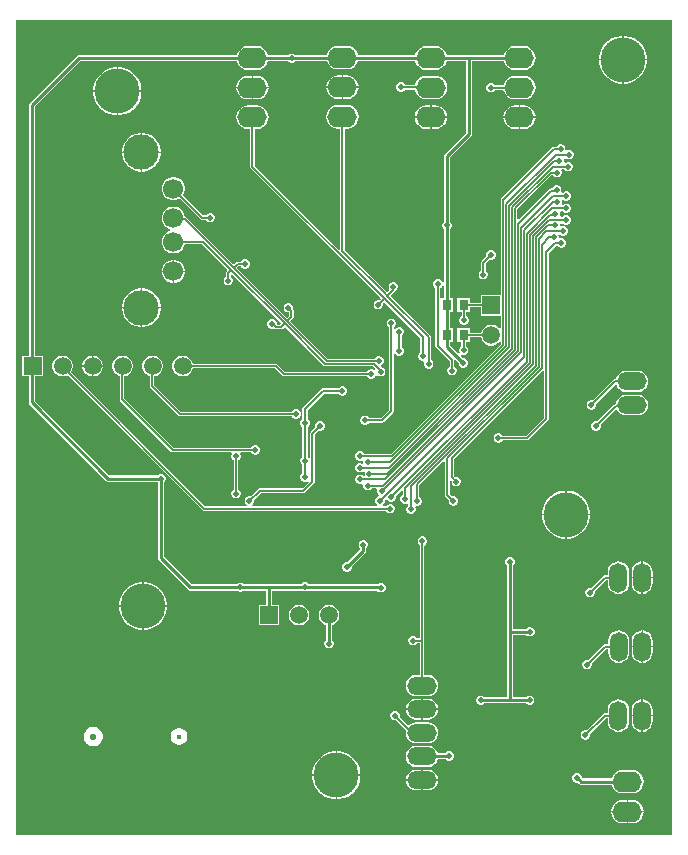
<source format=gbr>
%TF.GenerationSoftware,Altium Limited,Altium Designer,23.3.1 (30)*%
G04 Layer_Physical_Order=2*
G04 Layer_Color=16711680*
%FSLAX25Y25*%
%MOIN*%
%TF.SameCoordinates,70BEFA69-D3B7-480D-BB84-950A8577B244*%
%TF.FilePolarity,Positive*%
%TF.FileFunction,Copper,L2,Bot,Signal*%
%TF.Part,Single*%
G01*
G75*
%TA.AperFunction,SMDPad,CuDef*%
%ADD15R,0.03150X0.03543*%
%TA.AperFunction,Conductor*%
%ADD36C,0.00500*%
%ADD37C,0.01000*%
%ADD38C,0.00800*%
%TA.AperFunction,ComponentPad*%
%ADD39C,0.05906*%
%ADD40R,0.05906X0.05906*%
%ADD41C,0.06693*%
%ADD42C,0.11811*%
%ADD43R,0.05906X0.05906*%
%ADD44O,0.09843X0.05906*%
%ADD45C,0.02284*%
%ADD46C,0.01772*%
%ADD47O,0.05906X0.09843*%
%ADD48C,0.15000*%
%ADD49O,0.09843X0.06890*%
%TA.AperFunction,ViaPad*%
%ADD50C,0.01968*%
G36*
X549197Y193803D02*
X330803D01*
Y465197D01*
X549197D01*
Y193803D01*
D02*
G37*
%LPC*%
G36*
X440976Y456821D02*
X438024D01*
X436994Y456686D01*
X436034Y456288D01*
X435210Y455656D01*
X434578Y454832D01*
X434180Y453872D01*
X434169Y453783D01*
X423533D01*
X423420Y453897D01*
X422841Y454136D01*
X422215D01*
X421636Y453897D01*
X421523Y453783D01*
X414791D01*
X414422Y454674D01*
X413790Y455499D01*
X412966Y456131D01*
X412006Y456528D01*
X410976Y456664D01*
X408024D01*
X406994Y456528D01*
X406034Y456131D01*
X405210Y455499D01*
X404578Y454674D01*
X404180Y453715D01*
X404179Y453705D01*
X351685D01*
X351295Y453627D01*
X350964Y453406D01*
X335279Y437721D01*
X335058Y437390D01*
X334980Y437000D01*
Y353453D01*
X332747D01*
Y346547D01*
X334980D01*
Y337900D01*
X335058Y337510D01*
X335279Y337179D01*
X360679Y311779D01*
X361010Y311558D01*
X361400Y311480D01*
X377793D01*
X377980Y311293D01*
Y286000D01*
X378058Y285610D01*
X378279Y285279D01*
X388079Y275479D01*
X388410Y275258D01*
X388800Y275180D01*
X404292D01*
X404608Y274865D01*
X405187Y274625D01*
X405813D01*
X406392Y274865D01*
X406707Y275180D01*
X413980D01*
Y270453D01*
X411547D01*
Y263547D01*
X418453D01*
Y270453D01*
X416020D01*
Y275180D01*
X426092D01*
X426108Y275165D01*
X426687Y274925D01*
X427313D01*
X427892Y275165D01*
X427908Y275180D01*
X450992D01*
X451408Y274765D01*
X451987Y274525D01*
X452613D01*
X453192Y274765D01*
X453635Y275208D01*
X453875Y275787D01*
Y276413D01*
X453635Y276992D01*
X453192Y277435D01*
X452613Y277675D01*
X451987D01*
X451408Y277435D01*
X451193Y277220D01*
X428406D01*
X428335Y277392D01*
X427892Y277835D01*
X427313Y278075D01*
X426687D01*
X426108Y277835D01*
X425665Y277392D01*
X425594Y277220D01*
X406707D01*
X406392Y277535D01*
X405813Y277775D01*
X405187D01*
X404608Y277535D01*
X404292Y277220D01*
X389222D01*
X380020Y286422D01*
Y311293D01*
X380335Y311608D01*
X380575Y312187D01*
Y312813D01*
X380335Y313392D01*
X379892Y313835D01*
X379313Y314075D01*
X378687D01*
X378108Y313835D01*
X377793Y313520D01*
X361822D01*
X337020Y338322D01*
Y346547D01*
X339653D01*
Y353453D01*
X337020D01*
Y436578D01*
X352107Y451665D01*
X404179D01*
X404180Y451655D01*
X404578Y450696D01*
X405210Y449871D01*
X406034Y449239D01*
X406994Y448842D01*
X408024Y448706D01*
X410976D01*
X412006Y448842D01*
X412966Y449239D01*
X413790Y449871D01*
X414422Y450696D01*
X414820Y451655D01*
X414831Y451744D01*
X421162D01*
X421193Y451670D01*
X421636Y451227D01*
X422215Y450987D01*
X422841D01*
X423420Y451227D01*
X423863Y451670D01*
X423894Y451744D01*
X434209D01*
X434578Y450853D01*
X435210Y450029D01*
X436034Y449397D01*
X436994Y448999D01*
X438024Y448864D01*
X440976D01*
X442006Y448999D01*
X442966Y449397D01*
X443790Y450029D01*
X444422Y450853D01*
X444791Y451744D01*
X463669D01*
X463680Y451655D01*
X464078Y450696D01*
X464710Y449871D01*
X465534Y449239D01*
X466494Y448842D01*
X467524Y448706D01*
X470476D01*
X471506Y448842D01*
X472466Y449239D01*
X473290Y449871D01*
X473922Y450696D01*
X474320Y451655D01*
X474321Y451665D01*
X480680D01*
Y427822D01*
X473679Y420821D01*
X473458Y420490D01*
X473380Y420100D01*
Y398108D01*
X473065Y397792D01*
X472825Y397213D01*
Y396587D01*
X473065Y396008D01*
X473380Y395692D01*
Y372572D01*
X472465D01*
X472325Y372572D01*
X471965Y372908D01*
Y375871D01*
X472192Y375965D01*
X472635Y376408D01*
X472875Y376987D01*
Y377613D01*
X472635Y378192D01*
X472192Y378635D01*
X471613Y378875D01*
X470987D01*
X470408Y378635D01*
X469965Y378192D01*
X469725Y377613D01*
Y376987D01*
X469965Y376408D01*
X470408Y375965D01*
X470435Y375954D01*
Y356800D01*
X470494Y356507D01*
X470659Y356259D01*
X475235Y351683D01*
Y349888D01*
X475108Y349835D01*
X474665Y349392D01*
X474425Y348813D01*
Y348187D01*
X474665Y347608D01*
X475108Y347165D01*
X475687Y346925D01*
X476313D01*
X476892Y347165D01*
X477335Y347608D01*
X477575Y348187D01*
Y348813D01*
X477335Y349392D01*
X476892Y349835D01*
X476765Y349888D01*
Y351886D01*
X477038Y352058D01*
X477254Y352104D01*
X478225Y351133D01*
Y350687D01*
X478465Y350108D01*
X478908Y349665D01*
X479487Y349425D01*
X480113D01*
X480692Y349665D01*
X481135Y350108D01*
X481375Y350687D01*
Y351313D01*
X481135Y351892D01*
X480692Y352335D01*
X480113Y352575D01*
X479667D01*
X478855Y353387D01*
X479138Y353811D01*
X479587Y353625D01*
X480213D01*
X480792Y353865D01*
X481235Y354308D01*
X481475Y354887D01*
Y355513D01*
X481235Y356092D01*
X480792Y356535D01*
X480665Y356588D01*
Y358028D01*
X481931D01*
Y359535D01*
X485730D01*
X485883Y358967D01*
X486337Y358180D01*
X486980Y357537D01*
X487767Y357083D01*
X488645Y356847D01*
X489555D01*
X490433Y357083D01*
X491220Y357537D01*
X491735Y358052D01*
X492235Y357872D01*
Y357388D01*
X455677Y320829D01*
X446712D01*
X446659Y320956D01*
X446216Y321399D01*
X445637Y321639D01*
X445011D01*
X444432Y321399D01*
X443989Y320956D01*
X443749Y320378D01*
Y319751D01*
X443989Y319172D01*
X444432Y318729D01*
X445011Y318490D01*
X445637D01*
X445973Y318629D01*
X446126Y318556D01*
X446418Y318292D01*
X446423Y317795D01*
X446258Y317616D01*
X446017Y317466D01*
X445513Y317675D01*
X444887D01*
X444308Y317435D01*
X443865Y316992D01*
X443625Y316413D01*
Y315787D01*
X443865Y315208D01*
X444308Y314765D01*
X444887Y314525D01*
X445513D01*
X446092Y314765D01*
X446418Y315091D01*
X446696Y315084D01*
X446954Y314730D01*
X446990Y314570D01*
X446925Y314413D01*
Y313787D01*
X446565Y313349D01*
X446394Y313333D01*
X446192Y313535D01*
X445613Y313775D01*
X444986D01*
X444408Y313535D01*
X443965Y313092D01*
X443725Y312514D01*
Y311887D01*
X443965Y311308D01*
X444408Y310865D01*
X444986Y310626D01*
X445613D01*
X445926Y310755D01*
X446325Y310413D01*
Y309787D01*
X446565Y309208D01*
X447008Y308765D01*
X447587Y308525D01*
X448213D01*
X448792Y308765D01*
X449235Y309208D01*
X449288Y309335D01*
X450792D01*
X451126Y308835D01*
X451027Y308596D01*
Y307969D01*
X451267Y307391D01*
X451521Y307137D01*
X451424Y306566D01*
X451108Y306435D01*
X450665Y305992D01*
X450425Y305413D01*
Y304787D01*
X450665Y304208D01*
X451108Y303765D01*
X451109Y303765D01*
X451009Y303265D01*
X409645D01*
X409623Y303300D01*
X409492Y303765D01*
X409835Y304108D01*
X410075Y304687D01*
Y305313D01*
X410022Y305441D01*
X412317Y307735D01*
X426500D01*
X426793Y307793D01*
X427041Y307959D01*
X430041Y310959D01*
X430206Y311207D01*
X430265Y311500D01*
Y327183D01*
X431559Y328478D01*
X431687Y328425D01*
X432313D01*
X432892Y328665D01*
X433335Y329108D01*
X433575Y329687D01*
Y330313D01*
X433335Y330892D01*
X432892Y331335D01*
X432313Y331575D01*
X431687D01*
X431108Y331335D01*
X430665Y330892D01*
X430425Y330313D01*
Y329687D01*
X430478Y329559D01*
X428959Y328041D01*
X428793Y327793D01*
X428735Y327500D01*
Y319657D01*
X428292Y319509D01*
X427918Y319830D01*
Y329691D01*
X428335Y330108D01*
X428575Y330687D01*
Y331313D01*
X428335Y331892D01*
X427918Y332310D01*
Y335220D01*
X433480Y340782D01*
X438191D01*
X438608Y340365D01*
X439187Y340125D01*
X439813D01*
X440392Y340365D01*
X440835Y340808D01*
X441075Y341387D01*
Y342013D01*
X440835Y342592D01*
X440392Y343035D01*
X439813Y343275D01*
X439187D01*
X438608Y343035D01*
X438191Y342618D01*
X433100D01*
X432749Y342548D01*
X432451Y342349D01*
X426351Y336249D01*
X426152Y335951D01*
X426082Y335600D01*
Y332310D01*
X425665Y331892D01*
X425425Y331313D01*
Y330687D01*
X425665Y330108D01*
X426082Y329691D01*
Y319810D01*
X425665Y319392D01*
X425425Y318813D01*
Y318187D01*
X425665Y317608D01*
X426082Y317191D01*
Y314310D01*
X425665Y313892D01*
X425425Y313313D01*
Y312687D01*
X425665Y312108D01*
X426108Y311665D01*
X426687Y311425D01*
X427313D01*
X427892Y311665D01*
X428219Y311300D01*
X426183Y309265D01*
X412000D01*
X412000Y309265D01*
X411707Y309207D01*
X411459Y309041D01*
X408941Y306522D01*
X408813Y306575D01*
X408187D01*
X407608Y306335D01*
X407165Y305892D01*
X406925Y305313D01*
Y304687D01*
X407165Y304108D01*
X407508Y303765D01*
X407377Y303300D01*
X407355Y303265D01*
X393817D01*
X349050Y348031D01*
X349417Y348667D01*
X349653Y349545D01*
Y350455D01*
X349417Y351333D01*
X348963Y352120D01*
X348320Y352763D01*
X347533Y353218D01*
X346655Y353453D01*
X345745D01*
X344867Y353218D01*
X344080Y352763D01*
X343437Y352120D01*
X342983Y351333D01*
X342747Y350455D01*
Y349545D01*
X342983Y348667D01*
X343437Y347880D01*
X344080Y347237D01*
X344867Y346782D01*
X345745Y346547D01*
X346655D01*
X347533Y346782D01*
X347915Y347003D01*
X392959Y301959D01*
X392959Y301959D01*
X393207Y301794D01*
X393500Y301735D01*
X454112D01*
X454165Y301608D01*
X454608Y301165D01*
X455187Y300925D01*
X455813D01*
X456392Y301165D01*
X456835Y301608D01*
X457075Y302187D01*
Y302813D01*
X456835Y303392D01*
X456392Y303835D01*
X455813Y304075D01*
X455187D01*
X454608Y303835D01*
X454165Y303392D01*
X454112Y303265D01*
X452991D01*
X452891Y303765D01*
X452892Y303765D01*
X453335Y304208D01*
X453575Y304787D01*
Y305346D01*
X453791Y305577D01*
X453866Y305634D01*
X454387Y305495D01*
X454465Y305308D01*
X454908Y304865D01*
X455487Y304625D01*
X456113D01*
X456692Y304865D01*
X457135Y305308D01*
X457375Y305887D01*
Y306513D01*
X457322Y306641D01*
X459131Y308450D01*
X459593Y308259D01*
Y307070D01*
X459508Y307035D01*
X459065Y306592D01*
X458825Y306013D01*
Y305387D01*
X459065Y304808D01*
X459508Y304365D01*
X460087Y304125D01*
X460713D01*
X460864Y304188D01*
X461332Y303914D01*
X461342Y303851D01*
X461330Y303498D01*
X460945Y303113D01*
X460705Y302534D01*
Y301907D01*
X460945Y301328D01*
X461387Y300885D01*
X461966Y300646D01*
X462593D01*
X463172Y300885D01*
X463615Y301328D01*
X463854Y301907D01*
Y302534D01*
X463699Y302908D01*
X464061Y303299D01*
X464687D01*
X465266Y303539D01*
X465709Y303982D01*
X465949Y304561D01*
Y305187D01*
X465709Y305766D01*
X465266Y306209D01*
X465139Y306262D01*
Y310215D01*
X473273Y318349D01*
X473735Y318158D01*
Y307000D01*
X473794Y306707D01*
X473959Y306459D01*
X474978Y305441D01*
X474925Y305313D01*
Y304687D01*
X475165Y304108D01*
X475608Y303665D01*
X476187Y303425D01*
X476813D01*
X477392Y303665D01*
X477835Y304108D01*
X478075Y304687D01*
Y305313D01*
X477835Y305892D01*
X477392Y306335D01*
X476813Y306575D01*
X476187D01*
X476059Y306522D01*
X475265Y307317D01*
Y311580D01*
X475350Y311670D01*
X475765Y311830D01*
X475925Y311679D01*
Y311187D01*
X476165Y310608D01*
X476608Y310165D01*
X477187Y309925D01*
X477813D01*
X478392Y310165D01*
X478835Y310608D01*
X479075Y311187D01*
Y311813D01*
X478835Y312392D01*
X478392Y312835D01*
X477813Y313075D01*
X477187D01*
X477160Y313064D01*
X476765Y313381D01*
Y319012D01*
X506235Y348483D01*
X506735Y348276D01*
Y332817D01*
X500683Y326765D01*
X492888D01*
X492835Y326892D01*
X492392Y327335D01*
X491813Y327575D01*
X491187D01*
X490608Y327335D01*
X490165Y326892D01*
X489925Y326313D01*
Y325687D01*
X490165Y325108D01*
X490608Y324665D01*
X491187Y324425D01*
X491813D01*
X492392Y324665D01*
X492835Y325108D01*
X492888Y325235D01*
X501000D01*
X501293Y325293D01*
X501541Y325459D01*
X508041Y331959D01*
X508207Y332207D01*
X508265Y332500D01*
Y387683D01*
X510650Y390069D01*
X511165Y390108D01*
X511608Y389665D01*
X512187Y389425D01*
X512813D01*
X513392Y389665D01*
X513835Y390108D01*
X514075Y390687D01*
Y391313D01*
X513835Y391892D01*
X513392Y392335D01*
X512813Y392575D01*
X512187D01*
X512037Y392513D01*
X511930Y392553D01*
X511575Y392863D01*
Y393313D01*
X511449Y393617D01*
X511873Y393900D01*
X512108Y393665D01*
X512687Y393425D01*
X513313D01*
X513892Y393665D01*
X514335Y394108D01*
X514575Y394687D01*
Y395313D01*
X514335Y395892D01*
X513892Y396335D01*
X513313Y396575D01*
X512687D01*
X512537Y396513D01*
X512430Y396553D01*
X512075Y396863D01*
Y397313D01*
X512071Y397322D01*
X512385Y397801D01*
X512569Y397806D01*
X512710Y397763D01*
X513108Y397365D01*
X513687Y397125D01*
X514313D01*
X514892Y397365D01*
X515335Y397808D01*
X515575Y398387D01*
Y399013D01*
X515335Y399592D01*
X514892Y400035D01*
X514313Y400275D01*
X513687D01*
X513108Y400035D01*
X512758Y399686D01*
X512291Y399717D01*
X512262Y399726D01*
X512017Y400196D01*
X512075Y400336D01*
Y400963D01*
X511920Y401335D01*
X512195Y401835D01*
X512712D01*
X512765Y401708D01*
X513208Y401265D01*
X513787Y401025D01*
X514413D01*
X514992Y401265D01*
X515435Y401708D01*
X515675Y402287D01*
Y402913D01*
X515435Y403492D01*
X514992Y403935D01*
X514413Y404175D01*
X513787D01*
X513208Y403935D01*
X512978Y403705D01*
X512812Y403674D01*
X512526Y404268D01*
X512575Y404387D01*
Y405013D01*
X512883Y405575D01*
X512975Y405598D01*
X513208Y405365D01*
X513787Y405125D01*
X514413D01*
X514992Y405365D01*
X515435Y405808D01*
X515675Y406387D01*
Y407013D01*
X515435Y407592D01*
X514992Y408035D01*
X514413Y408275D01*
X513787D01*
X513208Y408035D01*
X512949Y407776D01*
X512770Y407794D01*
X512450Y408327D01*
X512475Y408387D01*
Y409013D01*
X512235Y409592D01*
X511792Y410035D01*
X511213Y410275D01*
X510587D01*
X510008Y410035D01*
X509565Y409592D01*
X509396Y409184D01*
X509019D01*
X509019Y409184D01*
X508726Y409126D01*
X508478Y408960D01*
X498227Y398708D01*
X497765Y398899D01*
Y402269D01*
X509231Y413735D01*
X509712D01*
X509765Y413608D01*
X510208Y413165D01*
X510787Y412925D01*
X511413D01*
X511992Y413165D01*
X512435Y413608D01*
X512675Y414187D01*
Y414813D01*
X512494Y415249D01*
X512731Y415749D01*
X513407D01*
X513465Y415608D01*
X513908Y415165D01*
X514487Y414925D01*
X515113D01*
X515692Y415165D01*
X516135Y415608D01*
X516375Y416187D01*
Y416813D01*
X516135Y417392D01*
X515692Y417835D01*
X515113Y418075D01*
X514487D01*
X513908Y417835D01*
X513695Y417622D01*
X513592Y417646D01*
X513275Y418187D01*
Y418813D01*
X513210Y418970D01*
X513246Y419130D01*
X513504Y419484D01*
X513782Y419491D01*
X514108Y419165D01*
X514687Y418925D01*
X515313D01*
X515892Y419165D01*
X516335Y419608D01*
X516575Y420187D01*
Y420813D01*
X516335Y421392D01*
X515892Y421835D01*
X515313Y422075D01*
X514687D01*
X514233Y421887D01*
X514027Y421977D01*
X513885Y422077D01*
X513775Y422197D01*
Y422713D01*
X513535Y423292D01*
X513092Y423735D01*
X512513Y423975D01*
X511887D01*
X511308Y423735D01*
X510865Y423292D01*
X510812Y423165D01*
X510000D01*
X509707Y423106D01*
X509459Y422941D01*
X492459Y405941D01*
X492294Y405693D01*
X492235Y405400D01*
Y373753D01*
X485647D01*
Y371065D01*
X481987D01*
Y372572D01*
X477837D01*
Y368028D01*
X479235D01*
Y366588D01*
X479108Y366535D01*
X478665Y366092D01*
X478425Y365513D01*
Y364887D01*
X478665Y364308D01*
X479108Y363865D01*
X479687Y363625D01*
X480313D01*
X480892Y363865D01*
X481335Y364308D01*
X481575Y364887D01*
Y365513D01*
X481335Y366092D01*
X480892Y366535D01*
X480765Y366588D01*
Y368028D01*
X481987D01*
Y369535D01*
X485647D01*
Y366847D01*
X492235D01*
Y362728D01*
X491735Y362548D01*
X491220Y363063D01*
X490433Y363517D01*
X489555Y363753D01*
X488645D01*
X487767Y363517D01*
X486980Y363063D01*
X486337Y362420D01*
X485883Y361633D01*
X485730Y361065D01*
X481931D01*
Y362572D01*
X477781D01*
Y358028D01*
X479135D01*
Y356588D01*
X479008Y356535D01*
X478565Y356092D01*
X478325Y355513D01*
Y354887D01*
X478511Y354438D01*
X478087Y354155D01*
X475364Y356878D01*
Y358028D01*
X476419D01*
Y362572D01*
X475420D01*
Y368028D01*
X476475D01*
Y372572D01*
X475420D01*
Y395692D01*
X475735Y396008D01*
X475975Y396587D01*
Y397213D01*
X475735Y397792D01*
X475420Y398108D01*
Y419678D01*
X482421Y426679D01*
X482642Y427010D01*
X482720Y427400D01*
Y451665D01*
X493179D01*
X493180Y451655D01*
X493578Y450696D01*
X494210Y449871D01*
X495034Y449239D01*
X495994Y448842D01*
X497024Y448706D01*
X499976D01*
X501006Y448842D01*
X501966Y449239D01*
X502790Y449871D01*
X503422Y450696D01*
X503820Y451655D01*
X503955Y452685D01*
X503820Y453715D01*
X503422Y454674D01*
X502790Y455499D01*
X501966Y456131D01*
X501006Y456528D01*
X499976Y456664D01*
X497024D01*
X495994Y456528D01*
X495034Y456131D01*
X494210Y455499D01*
X493578Y454674D01*
X493180Y453715D01*
X493179Y453705D01*
X474321D01*
X474320Y453715D01*
X473922Y454674D01*
X473290Y455499D01*
X472466Y456131D01*
X471506Y456528D01*
X470476Y456664D01*
X467524D01*
X466494Y456528D01*
X465534Y456131D01*
X464710Y455499D01*
X464078Y454674D01*
X463709Y453783D01*
X444831D01*
X444820Y453872D01*
X444422Y454832D01*
X443790Y455656D01*
X442966Y456288D01*
X442006Y456686D01*
X440976Y456821D01*
D02*
G37*
G36*
X533788Y460100D02*
X533250D01*
Y452350D01*
X541000D01*
Y452888D01*
X540693Y454433D01*
X540090Y455889D01*
X539214Y457200D01*
X538100Y458314D01*
X536789Y459190D01*
X535333Y459793D01*
X533788Y460100D01*
D02*
G37*
G36*
X532750D02*
X532212D01*
X530666Y459793D01*
X529211Y459190D01*
X527900Y458314D01*
X526786Y457200D01*
X525911Y455889D01*
X525307Y454433D01*
X525000Y452888D01*
Y452350D01*
X532750D01*
Y460100D01*
D02*
G37*
G36*
X541000Y451850D02*
X533250D01*
Y444100D01*
X533788D01*
X535333Y444407D01*
X536789Y445011D01*
X538100Y445886D01*
X539214Y447000D01*
X540090Y448311D01*
X540693Y449766D01*
X541000Y451312D01*
Y451850D01*
D02*
G37*
G36*
X532750D02*
X525000D01*
Y451312D01*
X525307Y449766D01*
X525911Y448311D01*
X526786Y447000D01*
X527900Y445886D01*
X529211Y445011D01*
X530666Y444407D01*
X532212Y444100D01*
X532750D01*
Y451850D01*
D02*
G37*
G36*
X470476Y446821D02*
X467524D01*
X466494Y446686D01*
X465534Y446288D01*
X464710Y445656D01*
X464078Y444832D01*
X463680Y443872D01*
X463656Y443686D01*
X460420D01*
X460335Y443892D01*
X459892Y444335D01*
X459313Y444575D01*
X458687D01*
X458108Y444335D01*
X457665Y443892D01*
X457425Y443313D01*
Y442687D01*
X457665Y442108D01*
X458108Y441665D01*
X458687Y441425D01*
X459313D01*
X459892Y441665D01*
X460335Y442108D01*
X460355Y442157D01*
X463635D01*
X463680Y441813D01*
X464078Y440853D01*
X464710Y440029D01*
X465534Y439397D01*
X466494Y438999D01*
X467524Y438864D01*
X470476D01*
X471506Y438999D01*
X472466Y439397D01*
X473290Y440029D01*
X473922Y440853D01*
X474320Y441813D01*
X474455Y442842D01*
X474320Y443872D01*
X473922Y444832D01*
X473290Y445656D01*
X472466Y446288D01*
X471506Y446686D01*
X470476Y446821D01*
D02*
G37*
G36*
X499976D02*
X497024D01*
X495994Y446686D01*
X495034Y446288D01*
X494210Y445656D01*
X493578Y444832D01*
X493180Y443872D01*
X493145Y443607D01*
X490344D01*
X490313Y443680D01*
X489870Y444123D01*
X489292Y444363D01*
X488665D01*
X488086Y444123D01*
X487643Y443680D01*
X487403Y443101D01*
Y442475D01*
X487643Y441896D01*
X488086Y441453D01*
X488665Y441213D01*
X489292D01*
X489870Y441453D01*
X490313Y441896D01*
X490389Y442078D01*
X493145D01*
X493180Y441813D01*
X493578Y440853D01*
X494210Y440029D01*
X495034Y439397D01*
X495994Y438999D01*
X497024Y438864D01*
X499976D01*
X501006Y438999D01*
X501966Y439397D01*
X502790Y440029D01*
X503422Y440853D01*
X503820Y441813D01*
X503955Y442842D01*
X503820Y443872D01*
X503422Y444832D01*
X502790Y445656D01*
X501966Y446288D01*
X501006Y446686D01*
X499976Y446821D01*
D02*
G37*
G36*
X440976Y446979D02*
X439750D01*
Y443250D01*
X444922D01*
X444820Y444030D01*
X444422Y444989D01*
X443790Y445814D01*
X442966Y446446D01*
X442006Y446843D01*
X440976Y446979D01*
D02*
G37*
G36*
X439250D02*
X438024D01*
X436994Y446843D01*
X436034Y446446D01*
X435210Y445814D01*
X434578Y444989D01*
X434180Y444030D01*
X434078Y443250D01*
X439250D01*
Y446979D01*
D02*
G37*
G36*
X410976Y446821D02*
X409750D01*
Y443092D01*
X414922D01*
X414820Y443872D01*
X414422Y444832D01*
X413790Y445656D01*
X412966Y446288D01*
X412006Y446686D01*
X410976Y446821D01*
D02*
G37*
G36*
X409250D02*
X408024D01*
X406994Y446686D01*
X406034Y446288D01*
X405210Y445656D01*
X404578Y444832D01*
X404180Y443872D01*
X404078Y443092D01*
X409250D01*
Y446821D01*
D02*
G37*
G36*
X365288Y449600D02*
X364750D01*
Y441850D01*
X372500D01*
Y442388D01*
X372193Y443933D01*
X371589Y445389D01*
X370714Y446700D01*
X369600Y447814D01*
X368289Y448690D01*
X366833Y449293D01*
X365288Y449600D01*
D02*
G37*
G36*
X364250D02*
X363712D01*
X362167Y449293D01*
X360711Y448690D01*
X359400Y447814D01*
X358286Y446700D01*
X357411Y445389D01*
X356807Y443933D01*
X356500Y442388D01*
Y441850D01*
X364250D01*
Y449600D01*
D02*
G37*
G36*
X444922Y442750D02*
X439750D01*
Y439021D01*
X440976D01*
X442006Y439157D01*
X442966Y439554D01*
X443790Y440187D01*
X444422Y441011D01*
X444820Y441970D01*
X444922Y442750D01*
D02*
G37*
G36*
X439250D02*
X434078D01*
X434180Y441970D01*
X434578Y441011D01*
X435210Y440187D01*
X436034Y439554D01*
X436994Y439157D01*
X438024Y439021D01*
X439250D01*
Y442750D01*
D02*
G37*
G36*
X414922Y442592D02*
X409750D01*
Y438864D01*
X410976D01*
X412006Y438999D01*
X412966Y439397D01*
X413790Y440029D01*
X414422Y440853D01*
X414820Y441813D01*
X414922Y442592D01*
D02*
G37*
G36*
X409250D02*
X404078D01*
X404180Y441813D01*
X404578Y440853D01*
X405210Y440029D01*
X406034Y439397D01*
X406994Y438999D01*
X408024Y438864D01*
X409250D01*
Y442592D01*
D02*
G37*
G36*
X372500Y441350D02*
X364750D01*
Y433600D01*
X365288D01*
X366833Y433907D01*
X368289Y434511D01*
X369600Y435386D01*
X370714Y436500D01*
X371589Y437811D01*
X372193Y439266D01*
X372500Y440812D01*
Y441350D01*
D02*
G37*
G36*
X364250D02*
X356500D01*
Y440812D01*
X356807Y439266D01*
X357411Y437811D01*
X358286Y436500D01*
X359400Y435386D01*
X360711Y434511D01*
X362167Y433907D01*
X363712Y433600D01*
X364250D01*
Y441350D01*
D02*
G37*
G36*
X499976Y436979D02*
X498750D01*
Y433250D01*
X503922D01*
X503820Y434030D01*
X503422Y434990D01*
X502790Y435814D01*
X501966Y436446D01*
X501006Y436843D01*
X499976Y436979D01*
D02*
G37*
G36*
X470476D02*
X469250D01*
Y433250D01*
X474422D01*
X474320Y434030D01*
X473922Y434990D01*
X473290Y435814D01*
X472466Y436446D01*
X471506Y436843D01*
X470476Y436979D01*
D02*
G37*
G36*
X498250D02*
X497024D01*
X495994Y436843D01*
X495034Y436446D01*
X494210Y435814D01*
X493578Y434990D01*
X493180Y434030D01*
X493078Y433250D01*
X498250D01*
Y436979D01*
D02*
G37*
G36*
X468750D02*
X467524D01*
X466494Y436843D01*
X465534Y436446D01*
X464710Y435814D01*
X464078Y434990D01*
X463680Y434030D01*
X463578Y433250D01*
X468750D01*
Y436979D01*
D02*
G37*
G36*
X503922Y432750D02*
X498750D01*
Y429021D01*
X499976D01*
X501006Y429157D01*
X501966Y429554D01*
X502790Y430187D01*
X503422Y431010D01*
X503820Y431970D01*
X503922Y432750D01*
D02*
G37*
G36*
X498250D02*
X493078D01*
X493180Y431970D01*
X493578Y431010D01*
X494210Y430187D01*
X495034Y429554D01*
X495994Y429157D01*
X497024Y429021D01*
X498250D01*
Y432750D01*
D02*
G37*
G36*
X474422D02*
X469250D01*
Y429021D01*
X470476D01*
X471506Y429157D01*
X472466Y429554D01*
X473290Y430187D01*
X473922Y431010D01*
X474320Y431970D01*
X474422Y432750D01*
D02*
G37*
G36*
X468750D02*
X463578D01*
X463680Y431970D01*
X464078Y431010D01*
X464710Y430187D01*
X465534Y429554D01*
X466494Y429157D01*
X467524Y429021D01*
X468750D01*
Y432750D01*
D02*
G37*
G36*
X373131Y427638D02*
X372750D01*
Y421482D01*
X378906D01*
Y421863D01*
X378659Y423101D01*
X378176Y424266D01*
X377476Y425316D01*
X376583Y426208D01*
X375534Y426909D01*
X374368Y427392D01*
X373131Y427638D01*
D02*
G37*
G36*
X372250D02*
X371869D01*
X370632Y427392D01*
X369466Y426909D01*
X368417Y426208D01*
X367525Y425316D01*
X366824Y424266D01*
X366341Y423101D01*
X366094Y421863D01*
Y421482D01*
X372250D01*
Y427638D01*
D02*
G37*
G36*
X378906Y420982D02*
X372750D01*
Y414827D01*
X373131D01*
X374368Y415073D01*
X375534Y415556D01*
X376583Y416257D01*
X377476Y417149D01*
X378176Y418198D01*
X378659Y419364D01*
X378906Y420601D01*
Y420982D01*
D02*
G37*
G36*
X372250D02*
X366094D01*
Y420601D01*
X366341Y419364D01*
X366824Y418198D01*
X367525Y417149D01*
X368417Y416257D01*
X369466Y415556D01*
X370632Y415073D01*
X371869Y414827D01*
X372250D01*
Y420982D01*
D02*
G37*
G36*
X383676Y412992D02*
X382663D01*
X381685Y412730D01*
X380807Y412224D01*
X380091Y411507D01*
X379585Y410630D01*
X379323Y409652D01*
Y408639D01*
X379585Y407661D01*
X380091Y406784D01*
X380807Y406068D01*
X381685Y405561D01*
X382663Y405299D01*
X383676D01*
X384654Y405561D01*
X385299Y405934D01*
X392274Y398959D01*
X392522Y398794D01*
X392815Y398735D01*
X392815Y398735D01*
X394112D01*
X394165Y398608D01*
X394608Y398165D01*
X395187Y397925D01*
X395813D01*
X396392Y398165D01*
X396835Y398608D01*
X397075Y399187D01*
Y399813D01*
X396835Y400392D01*
X396392Y400835D01*
X395813Y401075D01*
X395187D01*
X394608Y400835D01*
X394165Y400392D01*
X394112Y400265D01*
X393132D01*
X386381Y407016D01*
X386754Y407661D01*
X387016Y408639D01*
Y409652D01*
X386754Y410630D01*
X386247Y411507D01*
X385531Y412224D01*
X384654Y412730D01*
X383676Y412992D01*
D02*
G37*
G36*
X440976Y437136D02*
X438024D01*
X436994Y437001D01*
X436034Y436603D01*
X435210Y435971D01*
X434578Y435147D01*
X434180Y434187D01*
X434045Y433157D01*
X434180Y432128D01*
X434578Y431168D01*
X435210Y430344D01*
X436034Y429712D01*
X436994Y429314D01*
X438024Y429179D01*
X438735D01*
Y389053D01*
X438235Y388846D01*
X410265Y416817D01*
Y429021D01*
X410976D01*
X412006Y429157D01*
X412966Y429554D01*
X413790Y430187D01*
X414422Y431010D01*
X414820Y431970D01*
X414955Y433000D01*
X414820Y434030D01*
X414422Y434990D01*
X413790Y435814D01*
X412966Y436446D01*
X412006Y436843D01*
X410976Y436979D01*
X408024D01*
X406994Y436843D01*
X406034Y436446D01*
X405210Y435814D01*
X404578Y434990D01*
X404180Y434030D01*
X404045Y433000D01*
X404180Y431970D01*
X404578Y431010D01*
X405210Y430187D01*
X406034Y429554D01*
X406994Y429157D01*
X408024Y429021D01*
X408735D01*
Y416500D01*
X408793Y416207D01*
X408959Y415959D01*
X452419Y372500D01*
X451941Y372022D01*
X451813Y372075D01*
X451187D01*
X450608Y371835D01*
X450165Y371392D01*
X449925Y370813D01*
Y370187D01*
X450165Y369608D01*
X450608Y369165D01*
X451187Y368925D01*
X451813D01*
X452392Y369165D01*
X452835Y369608D01*
X453075Y370187D01*
Y370813D01*
X453022Y370941D01*
X453500Y371419D01*
X465452Y359467D01*
Y354671D01*
X465324Y354619D01*
X464882Y354175D01*
X464642Y353597D01*
Y352970D01*
X464882Y352391D01*
X465324Y351948D01*
X465903Y351709D01*
X466372D01*
X466666Y351382D01*
X466722Y351247D01*
X466625Y351013D01*
Y350387D01*
X466865Y349808D01*
X467308Y349365D01*
X467887Y349125D01*
X468513D01*
X469092Y349365D01*
X469535Y349808D01*
X469775Y350387D01*
Y351013D01*
X469535Y351592D01*
X469092Y352035D01*
X468965Y352088D01*
Y359800D01*
X468965Y359800D01*
X468906Y360093D01*
X468741Y360341D01*
X468741Y360341D01*
X455581Y373500D01*
X456814Y374733D01*
X456814Y374733D01*
X456980Y374981D01*
X456983Y374995D01*
X457392Y375165D01*
X457835Y375608D01*
X458075Y376187D01*
Y376813D01*
X457835Y377392D01*
X457392Y377835D01*
X456813Y378075D01*
X456187D01*
X455608Y377835D01*
X455165Y377392D01*
X454925Y376813D01*
Y376187D01*
X455165Y375608D01*
X455346Y375427D01*
X454500Y374581D01*
X454391Y374691D01*
X454391Y374691D01*
X440265Y388817D01*
Y429179D01*
X440976D01*
X442006Y429314D01*
X442966Y429712D01*
X443790Y430344D01*
X444422Y431168D01*
X444820Y432128D01*
X444955Y433157D01*
X444820Y434187D01*
X444422Y435147D01*
X443790Y435971D01*
X442966Y436603D01*
X442006Y437001D01*
X440976Y437136D01*
D02*
G37*
G36*
X489313Y388575D02*
X488687D01*
X488108Y388335D01*
X487665Y387892D01*
X487425Y387313D01*
Y386687D01*
X487478Y386559D01*
X485959Y385041D01*
X485793Y384793D01*
X485735Y384500D01*
Y381888D01*
X485608Y381835D01*
X485165Y381392D01*
X484925Y380813D01*
Y380187D01*
X485165Y379608D01*
X485608Y379165D01*
X486187Y378925D01*
X486813D01*
X487392Y379165D01*
X487835Y379608D01*
X488075Y380187D01*
Y380813D01*
X487835Y381392D01*
X487392Y381835D01*
X487265Y381888D01*
Y384183D01*
X488559Y385478D01*
X488687Y385425D01*
X489313D01*
X489892Y385665D01*
X490335Y386108D01*
X490575Y386687D01*
Y387313D01*
X490335Y387892D01*
X489892Y388335D01*
X489313Y388575D01*
D02*
G37*
G36*
X383676Y403150D02*
X382663D01*
X381685Y402887D01*
X380807Y402381D01*
X380091Y401665D01*
X379585Y400788D01*
X379323Y399810D01*
Y398797D01*
X379585Y397818D01*
X380091Y396941D01*
X380807Y396225D01*
X381685Y395719D01*
X382035Y395625D01*
Y395107D01*
X381685Y395013D01*
X380807Y394507D01*
X380091Y393791D01*
X379585Y392914D01*
X379323Y391935D01*
Y390923D01*
X379585Y389945D01*
X380091Y389067D01*
X380807Y388351D01*
X381685Y387845D01*
X382663Y387583D01*
X383676D01*
X384654Y387845D01*
X385531Y388351D01*
X386247Y389067D01*
X386754Y389945D01*
X386947Y390664D01*
X392643D01*
X401113Y382194D01*
Y381694D01*
X400959Y381541D01*
X400794Y381293D01*
X400735Y381000D01*
Y379888D01*
X400608Y379835D01*
X400165Y379392D01*
X399925Y378813D01*
Y378187D01*
X400165Y377608D01*
X400608Y377165D01*
X401187Y376925D01*
X401813D01*
X402392Y377165D01*
X402835Y377608D01*
X403075Y378187D01*
Y378813D01*
X402835Y379392D01*
X402392Y379835D01*
X402299Y379874D01*
Y380350D01*
X402765Y380543D01*
X419113Y364194D01*
X418683Y363765D01*
X417714D01*
X417575Y363904D01*
Y364313D01*
X417335Y364892D01*
X416892Y365335D01*
X416313Y365575D01*
X415687D01*
X415108Y365335D01*
X414665Y364892D01*
X414425Y364313D01*
Y363687D01*
X414665Y363108D01*
X415108Y362665D01*
X415687Y362425D01*
X416313D01*
X416722Y362594D01*
X416857Y362459D01*
X416857Y362459D01*
X417105Y362294D01*
X417397Y362235D01*
X419000D01*
X419293Y362294D01*
X419541Y362459D01*
X420194Y363113D01*
X433148Y350159D01*
X433396Y349993D01*
X433689Y349935D01*
X449641D01*
X450480Y349096D01*
X450450Y348984D01*
X450298Y348901D01*
X449879Y348782D01*
X449413Y348975D01*
X448787D01*
X448208Y348735D01*
X447765Y348292D01*
X447712Y348165D01*
X420199D01*
X417823Y350541D01*
X417575Y350707D01*
X417283Y350765D01*
X389570D01*
X389418Y351333D01*
X388963Y352120D01*
X388320Y352763D01*
X387533Y353218D01*
X386655Y353453D01*
X385745D01*
X384867Y353218D01*
X384080Y352763D01*
X383437Y352120D01*
X382982Y351333D01*
X382747Y350455D01*
Y349545D01*
X382982Y348667D01*
X383437Y347880D01*
X384080Y347237D01*
X384867Y346782D01*
X385745Y346547D01*
X386655D01*
X387533Y346782D01*
X388320Y347237D01*
X388963Y347880D01*
X389418Y348667D01*
X389570Y349235D01*
X416966D01*
X419342Y346859D01*
X419342Y346859D01*
X419590Y346693D01*
X419883Y346635D01*
X419883Y346635D01*
X447712D01*
X447765Y346508D01*
X448208Y346065D01*
X448787Y345825D01*
X449413D01*
X449992Y346065D01*
X450435Y346508D01*
X450582Y346862D01*
X451126Y347012D01*
X451143Y347009D01*
X451365Y346786D01*
X451944Y346546D01*
X452571D01*
X453149Y346786D01*
X453592Y347229D01*
X453832Y347808D01*
Y348434D01*
X453592Y349013D01*
X453149Y349456D01*
X452571Y349696D01*
X452503D01*
X452430Y349808D01*
X452497Y350377D01*
X452940Y350820D01*
X453180Y351399D01*
Y352025D01*
X452940Y352604D01*
X452497Y353047D01*
X451918Y353287D01*
X451292D01*
X450713Y353047D01*
X450270Y352604D01*
X450217Y352477D01*
X434519D01*
X422039Y364957D01*
X423041Y365959D01*
X423207Y366207D01*
X423265Y366500D01*
Y368473D01*
X423207Y368765D01*
X423041Y369014D01*
X423041Y369014D01*
X423014Y369040D01*
X423075Y369187D01*
Y369813D01*
X422835Y370392D01*
X422392Y370835D01*
X421813Y371075D01*
X421187D01*
X420608Y370835D01*
X420165Y370392D01*
X419925Y369813D01*
Y369187D01*
X420165Y368608D01*
X420608Y368165D01*
X421187Y367925D01*
X421735D01*
Y366817D01*
X420957Y366038D01*
X404300Y382696D01*
X404839Y383235D01*
X405612D01*
X405665Y383108D01*
X406108Y382665D01*
X406687Y382425D01*
X407313D01*
X407892Y382665D01*
X408335Y383108D01*
X408575Y383687D01*
Y384313D01*
X408335Y384892D01*
X407892Y385335D01*
X407313Y385575D01*
X406687D01*
X406108Y385335D01*
X405665Y384892D01*
X405612Y384765D01*
X404522D01*
X404230Y384706D01*
X403981Y384541D01*
X403218Y383777D01*
X387514Y399482D01*
X387265Y399648D01*
X387016Y399697D01*
Y399810D01*
X386754Y400788D01*
X386247Y401665D01*
X385531Y402381D01*
X384654Y402887D01*
X383676Y403150D01*
D02*
G37*
G36*
Y385433D02*
X383419D01*
Y381837D01*
X387016D01*
Y382093D01*
X386754Y383071D01*
X386247Y383948D01*
X385531Y384665D01*
X384654Y385171D01*
X383676Y385433D01*
D02*
G37*
G36*
X382919D02*
X382663D01*
X381685Y385171D01*
X380807Y384665D01*
X380091Y383948D01*
X379585Y383071D01*
X379323Y382093D01*
Y381837D01*
X382919D01*
Y385433D01*
D02*
G37*
G36*
X387016Y381337D02*
X383419D01*
Y377740D01*
X383676D01*
X384654Y378002D01*
X385531Y378509D01*
X386247Y379225D01*
X386754Y380102D01*
X387016Y381080D01*
Y381337D01*
D02*
G37*
G36*
X382919D02*
X379323D01*
Y381080D01*
X379585Y380102D01*
X380091Y379225D01*
X380807Y378509D01*
X381685Y378002D01*
X382663Y377740D01*
X382919D01*
Y381337D01*
D02*
G37*
G36*
X373131Y375905D02*
X372750D01*
Y369750D01*
X378906D01*
Y370131D01*
X378659Y371368D01*
X378176Y372534D01*
X377476Y373583D01*
X376583Y374476D01*
X375534Y375177D01*
X374368Y375659D01*
X373131Y375905D01*
D02*
G37*
G36*
X372250D02*
X371869D01*
X370632Y375659D01*
X369466Y375177D01*
X368417Y374476D01*
X367525Y373583D01*
X366824Y372534D01*
X366341Y371368D01*
X366094Y370131D01*
Y369750D01*
X372250D01*
Y375905D01*
D02*
G37*
G36*
X378906Y369250D02*
X372750D01*
Y363094D01*
X373131D01*
X374368Y363341D01*
X375534Y363824D01*
X376583Y364525D01*
X377476Y365417D01*
X378176Y366466D01*
X378659Y367632D01*
X378906Y368869D01*
Y369250D01*
D02*
G37*
G36*
X372250D02*
X366094D01*
Y368869D01*
X366341Y367632D01*
X366824Y366466D01*
X367525Y365417D01*
X368417Y364525D01*
X369466Y363824D01*
X370632Y363341D01*
X371869Y363094D01*
X372250D01*
Y369250D01*
D02*
G37*
G36*
X456113Y365775D02*
X455487D01*
X454908Y365535D01*
X454465Y365092D01*
X454225Y364513D01*
Y363887D01*
X454465Y363308D01*
X454908Y362865D01*
X455035Y362812D01*
Y335217D01*
X452483Y332665D01*
X448388D01*
X448335Y332792D01*
X447892Y333235D01*
X447313Y333475D01*
X446687D01*
X446108Y333235D01*
X445665Y332792D01*
X445425Y332213D01*
Y331587D01*
X445665Y331008D01*
X446108Y330565D01*
X446687Y330325D01*
X447313D01*
X447892Y330565D01*
X448335Y331008D01*
X448388Y331135D01*
X452800D01*
X453093Y331193D01*
X453341Y331359D01*
X456341Y334359D01*
X456506Y334607D01*
X456565Y334900D01*
Y354217D01*
X457065Y354317D01*
X457151Y354108D01*
X457594Y353665D01*
X458173Y353425D01*
X458800D01*
X459378Y353665D01*
X459821Y354108D01*
X460061Y354687D01*
Y355313D01*
X459821Y355892D01*
X459378Y356335D01*
X459258Y356385D01*
Y360109D01*
X459392Y360165D01*
X459835Y360608D01*
X460075Y361187D01*
Y361813D01*
X459835Y362392D01*
X459392Y362835D01*
X458813Y363075D01*
X458187D01*
X457608Y362835D01*
X457165Y362392D01*
X457065Y362150D01*
X456565Y362249D01*
Y362812D01*
X456692Y362865D01*
X457135Y363308D01*
X457375Y363887D01*
Y364513D01*
X457135Y365092D01*
X456692Y365535D01*
X456113Y365775D01*
D02*
G37*
G36*
X356655Y353453D02*
X356450D01*
Y350250D01*
X359653D01*
Y350455D01*
X359418Y351333D01*
X358963Y352120D01*
X358320Y352763D01*
X357533Y353218D01*
X356655Y353453D01*
D02*
G37*
G36*
X355950D02*
X355745D01*
X354867Y353218D01*
X354080Y352763D01*
X353437Y352120D01*
X352982Y351333D01*
X352747Y350455D01*
Y350250D01*
X355950D01*
Y353453D01*
D02*
G37*
G36*
X359653Y349750D02*
X356450D01*
Y346547D01*
X356655D01*
X357533Y346782D01*
X358320Y347237D01*
X358963Y347880D01*
X359418Y348667D01*
X359653Y349545D01*
Y349750D01*
D02*
G37*
G36*
X355950D02*
X352747D01*
Y349545D01*
X352982Y348667D01*
X353437Y347880D01*
X354080Y347237D01*
X354867Y346782D01*
X355745Y346547D01*
X355950D01*
Y349750D01*
D02*
G37*
G36*
X537968Y348357D02*
X534031D01*
X533130Y348238D01*
X532290Y347890D01*
X531569Y347337D01*
X531015Y346615D01*
X530668Y345775D01*
X530374Y345639D01*
X530081Y345581D01*
X529833Y345415D01*
X529833Y345415D01*
X522941Y338522D01*
X522813Y338575D01*
X522187D01*
X521608Y338335D01*
X521165Y337892D01*
X520925Y337313D01*
Y336687D01*
X521165Y336108D01*
X521608Y335665D01*
X522187Y335425D01*
X522813D01*
X523392Y335665D01*
X523835Y336108D01*
X524075Y336687D01*
Y337313D01*
X524022Y337441D01*
X530252Y343670D01*
X530841Y343553D01*
X531015Y343133D01*
X531569Y342411D01*
X532290Y341858D01*
X533130Y341510D01*
X534031Y341391D01*
X537968D01*
X538870Y341510D01*
X539710Y341858D01*
X540431Y342411D01*
X540984Y343133D01*
X541332Y343973D01*
X541451Y344874D01*
X541332Y345775D01*
X540984Y346615D01*
X540431Y347337D01*
X539710Y347890D01*
X538870Y348238D01*
X537968Y348357D01*
D02*
G37*
G36*
Y340482D02*
X534031D01*
X533130Y340364D01*
X532290Y340016D01*
X531569Y339462D01*
X531015Y338741D01*
X530668Y337901D01*
X530599Y337382D01*
X530329Y337328D01*
X530081Y337162D01*
X524441Y331522D01*
X524313Y331575D01*
X523687D01*
X523108Y331335D01*
X522665Y330892D01*
X522425Y330313D01*
Y329687D01*
X522665Y329108D01*
X523108Y328665D01*
X523687Y328425D01*
X524313D01*
X524892Y328665D01*
X525335Y329108D01*
X525575Y329687D01*
Y330313D01*
X525522Y330441D01*
X530459Y335378D01*
X530956Y335314D01*
X531029Y335241D01*
X531569Y334538D01*
X532290Y333984D01*
X533130Y333636D01*
X534031Y333518D01*
X537968D01*
X538870Y333636D01*
X539710Y333984D01*
X540431Y334538D01*
X540984Y335259D01*
X541332Y336099D01*
X541451Y337000D01*
X541332Y337901D01*
X540984Y338741D01*
X540431Y339462D01*
X539710Y340016D01*
X538870Y340364D01*
X537968Y340482D01*
D02*
G37*
G36*
X376655Y353453D02*
X375745D01*
X374867Y353218D01*
X374080Y352763D01*
X373437Y352120D01*
X372983Y351333D01*
X372747Y350455D01*
Y349545D01*
X372983Y348667D01*
X373437Y347880D01*
X374080Y347237D01*
X374867Y346782D01*
X375235Y346684D01*
Y343500D01*
X375293Y343207D01*
X375459Y342959D01*
X384959Y333459D01*
X385207Y333294D01*
X385500Y333235D01*
X422612D01*
X422665Y333108D01*
X423108Y332665D01*
X423687Y332425D01*
X424313D01*
X424892Y332665D01*
X425335Y333108D01*
X425575Y333687D01*
Y334313D01*
X425335Y334892D01*
X424892Y335335D01*
X424313Y335575D01*
X423687D01*
X423108Y335335D01*
X422665Y334892D01*
X422612Y334765D01*
X385817D01*
X376765Y343817D01*
Y346577D01*
X377533Y346782D01*
X378320Y347237D01*
X378963Y347880D01*
X379417Y348667D01*
X379653Y349545D01*
Y350455D01*
X379417Y351333D01*
X378963Y352120D01*
X378320Y352763D01*
X377533Y353218D01*
X376655Y353453D01*
D02*
G37*
G36*
X366655D02*
X365745D01*
X364867Y353218D01*
X364080Y352763D01*
X363437Y352120D01*
X362983Y351333D01*
X362747Y350455D01*
Y349545D01*
X362983Y348667D01*
X363437Y347880D01*
X364080Y347237D01*
X364867Y346782D01*
X365235Y346684D01*
Y339000D01*
X365294Y338707D01*
X365459Y338459D01*
X382459Y321459D01*
X382707Y321293D01*
X383000Y321235D01*
X402355D01*
X402600Y320735D01*
X402425Y320313D01*
Y319687D01*
X402665Y319108D01*
X403108Y318665D01*
X403235Y318612D01*
Y308888D01*
X403108Y308835D01*
X402665Y308392D01*
X402425Y307813D01*
Y307187D01*
X402665Y306608D01*
X403108Y306165D01*
X403687Y305925D01*
X404313D01*
X404892Y306165D01*
X405335Y306608D01*
X405575Y307187D01*
Y307813D01*
X405335Y308392D01*
X404892Y308835D01*
X404765Y308888D01*
Y318612D01*
X404892Y318665D01*
X405335Y319108D01*
X405575Y319687D01*
Y320313D01*
X405400Y320735D01*
X405645Y321235D01*
X409112D01*
X409165Y321108D01*
X409608Y320665D01*
X410187Y320425D01*
X410813D01*
X411392Y320665D01*
X411835Y321108D01*
X412075Y321687D01*
Y322313D01*
X411835Y322892D01*
X411392Y323335D01*
X410813Y323575D01*
X410187D01*
X409608Y323335D01*
X409165Y322892D01*
X409112Y322765D01*
X383317D01*
X366765Y339317D01*
Y346577D01*
X367533Y346782D01*
X368320Y347237D01*
X368963Y347880D01*
X369418Y348667D01*
X369653Y349545D01*
Y350455D01*
X369418Y351333D01*
X368963Y352120D01*
X368320Y352763D01*
X367533Y353218D01*
X366655Y353453D01*
D02*
G37*
G36*
X514788Y308500D02*
X514250D01*
Y300750D01*
X522000D01*
Y301288D01*
X521693Y302834D01*
X521090Y304289D01*
X520214Y305600D01*
X519100Y306714D01*
X517789Y307590D01*
X516333Y308193D01*
X514788Y308500D01*
D02*
G37*
G36*
X513750D02*
X513212D01*
X511666Y308193D01*
X510211Y307590D01*
X508900Y306714D01*
X507786Y305600D01*
X506911Y304289D01*
X506307Y302834D01*
X506000Y301288D01*
Y300750D01*
X513750D01*
Y308500D01*
D02*
G37*
G36*
X522000Y300250D02*
X514250D01*
Y292500D01*
X514788D01*
X516333Y292807D01*
X517789Y293410D01*
X519100Y294286D01*
X520214Y295400D01*
X521090Y296711D01*
X521693Y298166D01*
X522000Y299712D01*
Y300250D01*
D02*
G37*
G36*
X513750D02*
X506000D01*
Y299712D01*
X506307Y298166D01*
X506911Y296711D01*
X507786Y295400D01*
X508900Y294286D01*
X510211Y293410D01*
X511666Y292807D01*
X513212Y292500D01*
X513750D01*
Y300250D01*
D02*
G37*
G36*
X446813Y292075D02*
X446187D01*
X445608Y291835D01*
X445165Y291392D01*
X444925Y290813D01*
Y290187D01*
X445165Y289608D01*
X445295Y289478D01*
Y288737D01*
X441133Y284575D01*
X440687D01*
X440108Y284335D01*
X439665Y283892D01*
X439425Y283313D01*
Y282687D01*
X439665Y282108D01*
X440108Y281665D01*
X440687Y281425D01*
X441313D01*
X441892Y281665D01*
X442335Y282108D01*
X442575Y282687D01*
Y283133D01*
X447036Y287594D01*
X447257Y287925D01*
X447334Y288315D01*
Y289141D01*
X447392Y289165D01*
X447835Y289608D01*
X448075Y290187D01*
Y290813D01*
X447835Y291392D01*
X447392Y291835D01*
X446813Y292075D01*
D02*
G37*
G36*
X531500Y284951D02*
X530599Y284832D01*
X529759Y284485D01*
X529038Y283931D01*
X528484Y283210D01*
X528136Y282370D01*
X528018Y281469D01*
Y280265D01*
X527000D01*
X527000Y280265D01*
X526707Y280206D01*
X526459Y280041D01*
X522441Y276022D01*
X522313Y276075D01*
X521687D01*
X521108Y275835D01*
X520665Y275392D01*
X520425Y274813D01*
Y274187D01*
X520665Y273608D01*
X521108Y273165D01*
X521687Y272925D01*
X522313D01*
X522892Y273165D01*
X523335Y273608D01*
X523575Y274187D01*
Y274813D01*
X523522Y274941D01*
X527317Y278735D01*
X528018D01*
Y277532D01*
X528136Y276630D01*
X528484Y275790D01*
X529038Y275069D01*
X529759Y274516D01*
X530599Y274168D01*
X531500Y274049D01*
X532401Y274168D01*
X533241Y274516D01*
X533962Y275069D01*
X534516Y275790D01*
X534864Y276630D01*
X534982Y277532D01*
Y281469D01*
X534864Y282370D01*
X534516Y283210D01*
X533962Y283931D01*
X533241Y284485D01*
X532401Y284832D01*
X531500Y284951D01*
D02*
G37*
G36*
X539624Y284918D02*
Y279750D01*
X542857D01*
Y281469D01*
X542738Y282370D01*
X542390Y283210D01*
X541837Y283931D01*
X541115Y284485D01*
X540275Y284832D01*
X539624Y284918D01*
D02*
G37*
G36*
X539124D02*
X538473Y284832D01*
X537633Y284485D01*
X536911Y283931D01*
X536358Y283210D01*
X536010Y282370D01*
X535891Y281469D01*
Y279750D01*
X539124D01*
Y284918D01*
D02*
G37*
G36*
X542857Y279250D02*
X539624D01*
Y274082D01*
X540275Y274168D01*
X541115Y274516D01*
X541837Y275069D01*
X542390Y275790D01*
X542738Y276630D01*
X542857Y277532D01*
Y279250D01*
D02*
G37*
G36*
X539124D02*
X535891D01*
Y277532D01*
X536010Y276630D01*
X536358Y275790D01*
X536911Y275069D01*
X537633Y274516D01*
X538473Y274168D01*
X539124Y274082D01*
Y279250D01*
D02*
G37*
G36*
X373788Y278000D02*
X373250D01*
Y270250D01*
X381000D01*
Y270788D01*
X380693Y272334D01*
X380089Y273789D01*
X379214Y275100D01*
X378100Y276214D01*
X376789Y277090D01*
X375333Y277693D01*
X373788Y278000D01*
D02*
G37*
G36*
X372750D02*
X372212D01*
X370667Y277693D01*
X369211Y277090D01*
X367900Y276214D01*
X366786Y275100D01*
X365911Y273789D01*
X365307Y272334D01*
X365000Y270788D01*
Y270250D01*
X372750D01*
Y278000D01*
D02*
G37*
G36*
X425455Y270453D02*
X424545D01*
X423667Y270217D01*
X422880Y269763D01*
X422237Y269120D01*
X421782Y268333D01*
X421547Y267455D01*
Y266545D01*
X421782Y265667D01*
X422237Y264880D01*
X422880Y264237D01*
X423667Y263783D01*
X424545Y263547D01*
X425455D01*
X426333Y263783D01*
X427120Y264237D01*
X427763Y264880D01*
X428218Y265667D01*
X428453Y266545D01*
Y267455D01*
X428218Y268333D01*
X427763Y269120D01*
X427120Y269763D01*
X426333Y270217D01*
X425455Y270453D01*
D02*
G37*
G36*
X381000Y269750D02*
X373250D01*
Y262000D01*
X373788D01*
X375333Y262307D01*
X376789Y262911D01*
X378100Y263786D01*
X379214Y264900D01*
X380089Y266211D01*
X380693Y267667D01*
X381000Y269212D01*
Y269750D01*
D02*
G37*
G36*
X372750D02*
X365000D01*
Y269212D01*
X365307Y267667D01*
X365911Y266211D01*
X366786Y264900D01*
X367900Y263786D01*
X369211Y262911D01*
X370667Y262307D01*
X372212Y262000D01*
X372750D01*
Y269750D01*
D02*
G37*
G36*
X495613Y286375D02*
X494987D01*
X494408Y286135D01*
X493965Y285692D01*
X493725Y285113D01*
Y284487D01*
X493965Y283908D01*
X494180Y283693D01*
Y261490D01*
Y239620D01*
X486807D01*
X486492Y239935D01*
X485913Y240175D01*
X485287D01*
X484708Y239935D01*
X484265Y239492D01*
X484025Y238913D01*
Y238287D01*
X484265Y237708D01*
X484708Y237265D01*
X485287Y237025D01*
X485913D01*
X486492Y237265D01*
X486807Y237580D01*
X500693D01*
X501008Y237265D01*
X501587Y237025D01*
X502213D01*
X502792Y237265D01*
X503235Y237708D01*
X503475Y238287D01*
Y238913D01*
X503235Y239492D01*
X502792Y239935D01*
X502213Y240175D01*
X501587D01*
X501008Y239935D01*
X500693Y239620D01*
X496220D01*
Y260471D01*
X500732D01*
X501047Y260155D01*
X501626Y259915D01*
X502253D01*
X502831Y260155D01*
X503274Y260598D01*
X503514Y261177D01*
Y261803D01*
X503274Y262382D01*
X502831Y262825D01*
X502253Y263065D01*
X501626D01*
X501047Y262825D01*
X500732Y262510D01*
X496220D01*
Y283492D01*
X496635Y283908D01*
X496875Y284487D01*
Y285113D01*
X496635Y285692D01*
X496192Y286135D01*
X495613Y286375D01*
D02*
G37*
G36*
X466422Y293183D02*
X465795D01*
X465216Y292943D01*
X464773Y292500D01*
X464534Y291921D01*
Y291295D01*
X464773Y290716D01*
X465216Y290273D01*
X465235Y290265D01*
Y259265D01*
X464388D01*
X464335Y259392D01*
X463892Y259835D01*
X463313Y260075D01*
X462687D01*
X462108Y259835D01*
X461665Y259392D01*
X461425Y258813D01*
Y258187D01*
X461665Y257608D01*
X462108Y257165D01*
X462687Y256925D01*
X463313D01*
X463892Y257165D01*
X464335Y257608D01*
X464388Y257735D01*
X465235D01*
Y246983D01*
X464032D01*
X463130Y246864D01*
X462290Y246516D01*
X461569Y245963D01*
X461016Y245241D01*
X460668Y244401D01*
X460549Y243500D01*
X460668Y242599D01*
X461016Y241759D01*
X461569Y241038D01*
X462290Y240484D01*
X463130Y240136D01*
X464032Y240018D01*
X467969D01*
X468870Y240136D01*
X469710Y240484D01*
X470431Y241038D01*
X470985Y241759D01*
X471332Y242599D01*
X471451Y243500D01*
X471332Y244401D01*
X470985Y245241D01*
X470431Y245963D01*
X469710Y246516D01*
X468870Y246864D01*
X467969Y246983D01*
X466765D01*
Y258500D01*
Y290176D01*
X467000Y290273D01*
X467443Y290716D01*
X467683Y291295D01*
Y291921D01*
X467443Y292500D01*
X467000Y292943D01*
X466422Y293183D01*
D02*
G37*
G36*
X539687Y261918D02*
Y256750D01*
X542919D01*
Y258469D01*
X542801Y259370D01*
X542453Y260210D01*
X541899Y260931D01*
X541178Y261485D01*
X540338Y261832D01*
X539687Y261918D01*
D02*
G37*
G36*
X539187D02*
X538536Y261832D01*
X537696Y261485D01*
X536974Y260931D01*
X536421Y260210D01*
X536073Y259370D01*
X535955Y258469D01*
Y256750D01*
X539187D01*
Y261918D01*
D02*
G37*
G36*
X435455Y270453D02*
X434545D01*
X433667Y270217D01*
X432880Y269763D01*
X432237Y269120D01*
X431782Y268333D01*
X431547Y267455D01*
Y266545D01*
X431782Y265667D01*
X432237Y264880D01*
X432880Y264237D01*
X433667Y263783D01*
X433980Y263699D01*
Y258707D01*
X433665Y258392D01*
X433425Y257813D01*
Y257187D01*
X433665Y256608D01*
X434108Y256165D01*
X434687Y255925D01*
X435313D01*
X435892Y256165D01*
X436335Y256608D01*
X436575Y257187D01*
Y257813D01*
X436335Y258392D01*
X436020Y258707D01*
Y263699D01*
X436333Y263783D01*
X437120Y264237D01*
X437763Y264880D01*
X438217Y265667D01*
X438453Y266545D01*
Y267455D01*
X438217Y268333D01*
X437763Y269120D01*
X437120Y269763D01*
X436333Y270217D01*
X435455Y270453D01*
D02*
G37*
G36*
X542919Y256250D02*
X539687D01*
Y251082D01*
X540338Y251168D01*
X541178Y251516D01*
X541899Y252069D01*
X542453Y252790D01*
X542801Y253630D01*
X542919Y254532D01*
Y256250D01*
D02*
G37*
G36*
X539187D02*
X535955D01*
Y254532D01*
X536073Y253630D01*
X536421Y252790D01*
X536974Y252069D01*
X537696Y251516D01*
X538536Y251168D01*
X539187Y251082D01*
Y256250D01*
D02*
G37*
G36*
X531563Y261951D02*
X530662Y261832D01*
X529822Y261485D01*
X529101Y260931D01*
X528547Y260210D01*
X528199Y259370D01*
X528081Y258469D01*
Y257265D01*
X527000D01*
X526707Y257207D01*
X526459Y257041D01*
X521441Y252022D01*
X521313Y252075D01*
X520687D01*
X520108Y251835D01*
X519665Y251392D01*
X519425Y250813D01*
Y250187D01*
X519665Y249608D01*
X520108Y249165D01*
X520687Y248925D01*
X521313D01*
X521892Y249165D01*
X522335Y249608D01*
X522575Y250187D01*
Y250813D01*
X522522Y250941D01*
X527317Y255735D01*
X528081D01*
Y254532D01*
X528199Y253630D01*
X528547Y252790D01*
X529101Y252069D01*
X529822Y251516D01*
X530662Y251168D01*
X531563Y251049D01*
X532464Y251168D01*
X533304Y251516D01*
X534025Y252069D01*
X534579Y252790D01*
X534927Y253630D01*
X535045Y254532D01*
Y258469D01*
X534927Y259370D01*
X534579Y260210D01*
X534025Y260931D01*
X533304Y261485D01*
X532464Y261832D01*
X531563Y261951D01*
D02*
G37*
G36*
X467969Y239108D02*
X466250D01*
Y235876D01*
X471418D01*
X471332Y236527D01*
X470985Y237367D01*
X470431Y238088D01*
X469710Y238642D01*
X468870Y238990D01*
X467969Y239108D01*
D02*
G37*
G36*
X465750D02*
X464032D01*
X463130Y238990D01*
X462290Y238642D01*
X461569Y238088D01*
X461016Y237367D01*
X460668Y236527D01*
X460582Y235876D01*
X465750D01*
Y239108D01*
D02*
G37*
G36*
X539624Y238918D02*
Y233750D01*
X542857D01*
Y235469D01*
X542738Y236370D01*
X542390Y237210D01*
X541837Y237931D01*
X541115Y238485D01*
X540275Y238832D01*
X539624Y238918D01*
D02*
G37*
G36*
X539124D02*
X538473Y238832D01*
X537633Y238485D01*
X536911Y237931D01*
X536358Y237210D01*
X536010Y236370D01*
X535891Y235469D01*
Y233750D01*
X539124D01*
Y238918D01*
D02*
G37*
G36*
X471418Y235376D02*
X466250D01*
Y232143D01*
X467969D01*
X468870Y232262D01*
X469710Y232610D01*
X470431Y233163D01*
X470985Y233885D01*
X471332Y234725D01*
X471418Y235376D01*
D02*
G37*
G36*
X465750D02*
X460582D01*
X460668Y234725D01*
X461016Y233885D01*
X461569Y233163D01*
X462290Y232610D01*
X463130Y232262D01*
X464032Y232143D01*
X465750D01*
Y235376D01*
D02*
G37*
G36*
X542857Y233250D02*
X539624D01*
Y228082D01*
X540275Y228168D01*
X541115Y228516D01*
X541837Y229069D01*
X542390Y229790D01*
X542738Y230630D01*
X542857Y231532D01*
Y233250D01*
D02*
G37*
G36*
X539124D02*
X535891D01*
Y231532D01*
X536010Y230630D01*
X536358Y229790D01*
X536911Y229069D01*
X537633Y228516D01*
X538473Y228168D01*
X539124Y228082D01*
Y233250D01*
D02*
G37*
G36*
X531500Y238951D02*
X530599Y238832D01*
X529759Y238485D01*
X529038Y237931D01*
X528484Y237210D01*
X528136Y236370D01*
X528018Y235469D01*
Y234265D01*
X527000D01*
X526707Y234207D01*
X526459Y234041D01*
X520941Y228522D01*
X520813Y228575D01*
X520187D01*
X519608Y228335D01*
X519165Y227892D01*
X518925Y227313D01*
Y226687D01*
X519165Y226108D01*
X519608Y225665D01*
X520187Y225425D01*
X520813D01*
X521392Y225665D01*
X521835Y226108D01*
X522075Y226687D01*
Y227313D01*
X522022Y227441D01*
X527317Y232735D01*
X528018D01*
Y231532D01*
X528136Y230630D01*
X528484Y229790D01*
X529038Y229069D01*
X529759Y228516D01*
X530599Y228168D01*
X531500Y228049D01*
X532401Y228168D01*
X533241Y228516D01*
X533962Y229069D01*
X534516Y229790D01*
X534864Y230630D01*
X534982Y231532D01*
Y235469D01*
X534864Y236370D01*
X534516Y237210D01*
X533962Y237931D01*
X533241Y238485D01*
X532401Y238832D01*
X531500Y238951D01*
D02*
G37*
G36*
X457313Y235075D02*
X456687D01*
X456108Y234835D01*
X455665Y234392D01*
X455425Y233813D01*
Y233187D01*
X455665Y232608D01*
X456108Y232165D01*
X456687Y231925D01*
X457313D01*
X457441Y231978D01*
X460696Y228722D01*
X460668Y228653D01*
X460549Y227752D01*
X460668Y226851D01*
X461016Y226011D01*
X461569Y225289D01*
X462290Y224736D01*
X463130Y224388D01*
X464032Y224269D01*
X467969D01*
X468870Y224388D01*
X469710Y224736D01*
X470431Y225289D01*
X470985Y226011D01*
X471332Y226851D01*
X471451Y227752D01*
X471332Y228653D01*
X470985Y229493D01*
X470431Y230215D01*
X469710Y230768D01*
X468870Y231116D01*
X467969Y231235D01*
X464032D01*
X463130Y231116D01*
X462290Y230768D01*
X461569Y230215D01*
X461379Y230202D01*
X458522Y233059D01*
X458575Y233187D01*
Y233813D01*
X458335Y234392D01*
X457892Y234835D01*
X457313Y235075D01*
D02*
G37*
G36*
X385363Y229256D02*
X384637D01*
X383936Y229068D01*
X383308Y228705D01*
X382795Y228192D01*
X382432Y227564D01*
X382244Y226863D01*
Y226137D01*
X382432Y225436D01*
X382795Y224808D01*
X383308Y224295D01*
X383936Y223932D01*
X384637Y223744D01*
X385363D01*
X386064Y223932D01*
X386692Y224295D01*
X387205Y224808D01*
X387568Y225436D01*
X387756Y226137D01*
Y226863D01*
X387568Y227564D01*
X387205Y228192D01*
X386692Y228705D01*
X386064Y229068D01*
X385363Y229256D01*
D02*
G37*
G36*
X356887Y229768D02*
X356027D01*
X355195Y229545D01*
X354450Y229115D01*
X353842Y228506D01*
X353412Y227761D01*
X353189Y226930D01*
Y226070D01*
X353412Y225239D01*
X353842Y224494D01*
X354450Y223885D01*
X355195Y223455D01*
X356027Y223232D01*
X356887D01*
X357718Y223455D01*
X358463Y223885D01*
X359071Y224494D01*
X359502Y225239D01*
X359724Y226070D01*
Y226930D01*
X359502Y227761D01*
X359071Y228506D01*
X358463Y229115D01*
X357718Y229545D01*
X356887Y229768D01*
D02*
G37*
G36*
X467969Y223360D02*
X464032D01*
X463130Y223242D01*
X462290Y222894D01*
X461569Y222340D01*
X461016Y221619D01*
X460668Y220779D01*
X460549Y219878D01*
X460668Y218977D01*
X461016Y218137D01*
X461569Y217415D01*
X462290Y216862D01*
X463130Y216514D01*
X464032Y216395D01*
X467969D01*
X468870Y216514D01*
X469710Y216862D01*
X470431Y217415D01*
X470985Y218137D01*
X471309Y218919D01*
X473853D01*
X474108Y218665D01*
X474687Y218425D01*
X475313D01*
X475892Y218665D01*
X476335Y219108D01*
X476575Y219687D01*
Y220313D01*
X476335Y220892D01*
X475892Y221335D01*
X475313Y221575D01*
X474687D01*
X474108Y221335D01*
X473732Y220959D01*
X471258D01*
X470985Y221619D01*
X470431Y222340D01*
X469710Y222894D01*
X468870Y223242D01*
X467969Y223360D01*
D02*
G37*
G36*
X438288Y221600D02*
X437750D01*
Y213850D01*
X445500D01*
Y214388D01*
X445193Y215933D01*
X444590Y217389D01*
X443714Y218700D01*
X442600Y219814D01*
X441289Y220690D01*
X439833Y221293D01*
X438288Y221600D01*
D02*
G37*
G36*
X437250D02*
X436712D01*
X435167Y221293D01*
X433711Y220690D01*
X432400Y219814D01*
X431286Y218700D01*
X430410Y217389D01*
X429807Y215933D01*
X429500Y214388D01*
Y213850D01*
X437250D01*
Y221600D01*
D02*
G37*
G36*
X535976Y215479D02*
X533024D01*
X531994Y215343D01*
X531034Y214946D01*
X530210Y214314D01*
X529578Y213490D01*
X529180Y212530D01*
X529179Y212520D01*
X519536D01*
X519250Y212806D01*
Y212990D01*
X519011Y213568D01*
X518568Y214011D01*
X517989Y214251D01*
X517362D01*
X516784Y214011D01*
X516341Y213568D01*
X516101Y212990D01*
Y212363D01*
X516341Y211784D01*
X516784Y211341D01*
X517362Y211102D01*
X517989D01*
X518047Y211125D01*
X518393Y210779D01*
X518724Y210558D01*
X519114Y210480D01*
X529179D01*
X529180Y210470D01*
X529578Y209510D01*
X530210Y208686D01*
X531034Y208054D01*
X531994Y207657D01*
X533024Y207521D01*
X535976D01*
X537006Y207657D01*
X537966Y208054D01*
X538790Y208686D01*
X539422Y209510D01*
X539820Y210470D01*
X539955Y211500D01*
X539820Y212530D01*
X539422Y213490D01*
X538790Y214314D01*
X537966Y214946D01*
X537006Y215343D01*
X535976Y215479D01*
D02*
G37*
G36*
X467969Y215487D02*
X466250D01*
Y212254D01*
X471418D01*
X471332Y212905D01*
X470985Y213745D01*
X470431Y214466D01*
X469710Y215020D01*
X468870Y215368D01*
X467969Y215487D01*
D02*
G37*
G36*
X465750D02*
X464032D01*
X463130Y215368D01*
X462290Y215020D01*
X461569Y214466D01*
X461016Y213745D01*
X460668Y212905D01*
X460582Y212254D01*
X465750D01*
Y215487D01*
D02*
G37*
G36*
X471418Y211754D02*
X466250D01*
Y208521D01*
X467969D01*
X468870Y208640D01*
X469710Y208988D01*
X470431Y209541D01*
X470985Y210263D01*
X471332Y211103D01*
X471418Y211754D01*
D02*
G37*
G36*
X465750D02*
X460582D01*
X460668Y211103D01*
X461016Y210263D01*
X461569Y209541D01*
X462290Y208988D01*
X463130Y208640D01*
X464032Y208521D01*
X465750D01*
Y211754D01*
D02*
G37*
G36*
X445500Y213350D02*
X437750D01*
Y205600D01*
X438288D01*
X439833Y205907D01*
X441289Y206510D01*
X442600Y207386D01*
X443714Y208500D01*
X444590Y209811D01*
X445193Y211266D01*
X445500Y212812D01*
Y213350D01*
D02*
G37*
G36*
X437250D02*
X429500D01*
Y212812D01*
X429807Y211266D01*
X430410Y209811D01*
X431286Y208500D01*
X432400Y207386D01*
X433711Y206510D01*
X435167Y205907D01*
X436712Y205600D01*
X437250D01*
Y213350D01*
D02*
G37*
G36*
X535976Y205479D02*
X534750D01*
Y201750D01*
X539922D01*
X539820Y202530D01*
X539422Y203489D01*
X538790Y204313D01*
X537966Y204946D01*
X537006Y205343D01*
X535976Y205479D01*
D02*
G37*
G36*
X534250D02*
X533024D01*
X531994Y205343D01*
X531034Y204946D01*
X530210Y204313D01*
X529578Y203489D01*
X529180Y202530D01*
X529078Y201750D01*
X534250D01*
Y205479D01*
D02*
G37*
G36*
X539922Y201250D02*
X534750D01*
Y197521D01*
X535976D01*
X537006Y197657D01*
X537966Y198054D01*
X538790Y198687D01*
X539422Y199511D01*
X539820Y200470D01*
X539922Y201250D01*
D02*
G37*
G36*
X534250D02*
X529078D01*
X529180Y200470D01*
X529578Y199511D01*
X530210Y198687D01*
X531034Y198054D01*
X531994Y197657D01*
X533024Y197521D01*
X534250D01*
Y201250D01*
D02*
G37*
%LPD*%
D15*
X474344Y360300D02*
D03*
X479856D02*
D03*
X474400Y370300D02*
D03*
X479912D02*
D03*
D36*
X433689Y350700D02*
X449957D01*
X452036Y348621D01*
X420194Y364194D02*
X433689Y350700D01*
X452036Y348621D02*
X452057D01*
X420957Y364957D02*
X434202Y351712D01*
X451584D01*
X419883Y347400D02*
X449100D01*
X417283Y350000D02*
X419883Y347400D01*
X386000Y350000D02*
X417283D01*
X509514Y416514D02*
X514786D01*
X514800Y416500D01*
X510647Y420500D02*
X515000D01*
X494000Y403853D02*
X510647Y420500D01*
X510000Y422400D02*
X512200D01*
X493000Y405400D02*
X510000Y422400D01*
X510061Y418500D02*
X511700D01*
X448500Y314100D02*
X454272D01*
X496000Y355828D01*
X453786Y312200D02*
X497000Y355414D01*
X445300Y312200D02*
X453786D01*
X448000Y318100D02*
X455443D01*
X508496Y398825D02*
X513875D01*
X514000Y398700D01*
X501000Y394157D02*
X509443Y402600D01*
X514100D01*
X509600Y406700D02*
X514100D01*
X499000Y396100D02*
X509600Y406700D01*
X496000Y403000D02*
X509514Y416514D01*
X460358Y305742D02*
X460400Y305700D01*
X460358Y305742D02*
Y309344D01*
X462280Y302221D02*
Y309851D01*
X503000Y350572D01*
X447900Y310100D02*
X451839D01*
X445300Y312200D02*
X445300Y312200D01*
X452000Y305100D02*
X500000Y353100D01*
X505000Y349743D02*
Y392500D01*
X476000Y319329D02*
X506000Y349329D01*
X503000Y350572D02*
Y393328D01*
X502000Y350986D02*
Y393743D01*
X476000Y313000D02*
Y319329D01*
X474500Y319243D02*
X505000Y349743D01*
X506000Y349329D02*
Y390500D01*
X504000Y350157D02*
Y392914D01*
X474500Y307000D02*
Y319243D01*
X464374Y310531D02*
X504000Y350157D01*
X501000Y351400D02*
Y394157D01*
X455800Y306200D02*
X501000Y351400D01*
X460358Y309344D02*
X502000Y350986D01*
X464374Y304874D02*
Y310531D01*
X445200Y316100D02*
X454857D01*
X495000Y356243D01*
X455443Y318100D02*
X494000Y356657D01*
X445324Y320064D02*
X455993D01*
X493000Y357071D01*
X466000Y258500D02*
Y291500D01*
Y243500D02*
Y258500D01*
X463000D02*
X466000D01*
X457000Y233500D02*
X462748Y227752D01*
X393500Y302500D02*
X455500D01*
X346000Y350000D02*
X393500Y302500D01*
X462748Y227752D02*
X466000D01*
Y291500D02*
X466108Y291608D01*
X453598Y372402D02*
X466217Y359783D01*
X409500Y416500D02*
X453598Y372402D01*
X451500Y370500D02*
X453402Y372402D01*
X453598D01*
X454500Y373500D02*
X456274Y375274D01*
Y376274D02*
X456500Y376500D01*
X454500Y373500D02*
X468200Y359800D01*
X456274Y375274D02*
Y376274D01*
X439500Y388500D02*
X453850Y374150D01*
X454000Y374000D02*
X454500Y373500D01*
X453850Y374150D02*
X454000Y374000D01*
X468200Y350700D02*
Y359800D01*
X471200Y356800D02*
Y377200D01*
Y356800D02*
X476000Y352000D01*
X471200Y377200D02*
X471300Y377300D01*
X479900Y355200D02*
Y360256D01*
X479856Y360300D02*
X479900Y360256D01*
X476000Y348500D02*
Y352000D01*
X455800Y334900D02*
Y364200D01*
X409500Y416500D02*
Y433000D01*
X466217Y353283D02*
Y359783D01*
X429500Y311500D02*
Y327500D01*
X432000Y330000D01*
X426500Y308500D02*
X429500Y311500D01*
X412000Y308500D02*
X426500D01*
X408500Y305000D02*
X412000Y308500D01*
X404000Y307500D02*
Y320000D01*
X383000Y322000D02*
X410500D01*
X366000Y339000D02*
X383000Y322000D01*
X385500Y334000D02*
X424000D01*
X376000Y343500D02*
X385500Y334000D01*
X376000Y343500D02*
Y350000D01*
X366000Y339000D02*
Y350000D01*
X451839Y310100D02*
X451846Y310108D01*
X453108D01*
X489033Y442842D02*
X498500D01*
X488978Y442788D02*
X489033Y442842D01*
X439500Y388500D02*
Y433157D01*
X493000Y357071D02*
Y405400D01*
X453108Y310108D02*
X498000Y355000D01*
X495000Y356243D02*
Y403439D01*
X496000Y355828D02*
Y403000D01*
X494000Y356657D02*
Y403853D01*
X452697Y308283D02*
X499000Y354586D01*
X500000Y353100D02*
Y395184D01*
X499000Y354586D02*
Y396100D01*
X497000Y355414D02*
Y402586D01*
X498000Y355000D02*
Y397400D01*
X495000Y403439D02*
X510061Y418500D01*
X497000Y402586D02*
X508914Y414500D01*
X511100D01*
X486500Y380500D02*
Y384500D01*
X489000Y387000D01*
X498000Y397400D02*
X509019Y408419D01*
X504000Y392914D02*
X508086Y397000D01*
X501000Y326000D02*
X507500Y332500D01*
X503000Y393328D02*
X508496Y398825D01*
X506000Y390500D02*
X508500Y393000D01*
X507500Y388000D02*
X510500Y391000D01*
X507500Y332500D02*
Y388000D01*
X500000Y395184D02*
X509516Y404700D01*
X508500Y393000D02*
X510000D01*
X502000Y393743D02*
X508766Y400508D01*
X505000Y392500D02*
X507500Y395000D01*
X509019Y408419D02*
X510619D01*
X510900Y408700D01*
X507500Y395000D02*
X513000D01*
X509516Y404700D02*
X511000D01*
X447000Y331900D02*
X452800D01*
X455800Y334900D01*
X458493Y361493D02*
X458500Y361500D01*
X458493Y355007D02*
Y361493D01*
X458486Y355000D02*
X458493Y355007D01*
X480006Y360150D02*
X480156Y360300D01*
X479912Y370300D02*
X480000Y370212D01*
Y365200D02*
Y370212D01*
X479912Y370300D02*
X489100D01*
X480156Y360300D02*
X489100D01*
X452602Y308283D02*
X452697D01*
X510359Y400508D02*
X510500Y400650D01*
X508766Y400508D02*
X510359D01*
X508086Y397000D02*
X510500D01*
Y391000D02*
X512500D01*
X476000Y313000D02*
X477500Y311500D01*
X474500Y307000D02*
X476500Y305000D01*
X491500Y326000D02*
X501000D01*
X383169Y409146D02*
X392815Y399500D01*
X395500D01*
X459079Y442921D02*
X468921D01*
X469000Y442842D01*
X459000Y443000D02*
X459079Y442921D01*
X419000Y363000D02*
X420194Y364194D01*
X401500Y381000D02*
X402444Y381944D01*
X420194Y364194D01*
X392960Y391429D02*
X402444Y381944D01*
X383169Y391429D02*
X392960D01*
X403218Y382696D02*
X420957Y364957D01*
X422500Y366500D01*
Y368473D01*
X417397Y363000D02*
X419000D01*
X416397Y364000D02*
X417397Y363000D01*
X416000Y364000D02*
X416397D01*
X401500Y378500D02*
Y381000D01*
X421500Y369473D02*
Y369500D01*
Y369473D02*
X422500Y368473D01*
X403218Y382696D02*
X404522Y384000D01*
X407000D01*
X383169Y399303D02*
X383531Y398941D01*
X386973D02*
X403218Y382696D01*
X383531Y398941D02*
X386973D01*
X520500Y227000D02*
X527000Y233500D01*
X531500D01*
X521000Y250500D02*
X527000Y256500D01*
X531563D01*
X522000Y274500D02*
X527000Y279500D01*
X531500D01*
X522500Y337000D02*
X530374Y344874D01*
X536000D01*
X524000Y330000D02*
X530622Y336622D01*
X535622D02*
X536000Y337000D01*
X530622Y336622D02*
X535622D01*
D37*
X422528Y452764D02*
X439421D01*
X409579D02*
X422528D01*
X336000Y350000D02*
Y437000D01*
X351685Y452685D02*
X409500D01*
X336000Y437000D02*
X351685Y452685D01*
X441000Y283000D02*
X446315Y288315D01*
Y290315D01*
X446500Y290500D01*
X435000Y257500D02*
Y267000D01*
X415000Y276200D02*
X426700D01*
X405500D02*
X415000D01*
Y267000D02*
Y276200D01*
X466000Y219878D02*
X466061Y219939D01*
X474939D01*
X475000Y220000D01*
X426700Y276200D02*
X452200D01*
X452300Y276100D01*
X517938Y212676D02*
X519114Y211500D01*
X534500D01*
X517676Y212676D02*
X517938D01*
X388800Y276200D02*
X405500D01*
X379000Y286000D02*
X388800Y276200D01*
X361400Y312500D02*
X379000D01*
Y286000D02*
Y312500D01*
X336000Y337900D02*
X361400Y312500D01*
X426700Y276200D02*
X427000Y276500D01*
X336000Y337900D02*
Y350000D01*
X534500Y211500D02*
Y211500D01*
X536775Y213775D01*
X474344Y356456D02*
Y360300D01*
Y356456D02*
X479800Y351000D01*
X474400Y370300D02*
Y396900D01*
Y420100D02*
X481700Y427400D01*
X474400Y396900D02*
Y420100D01*
Y360356D02*
Y370300D01*
X469000Y452685D02*
X498500D01*
X481700Y427400D02*
Y452100D01*
X495200Y261490D02*
Y284700D01*
X495300Y284800D01*
X495200Y238600D02*
Y261490D01*
X495200Y261490D02*
X501939D01*
X495200Y261490D02*
X495200Y261490D01*
X439500Y452843D02*
X439579Y452764D01*
X468921D01*
X469000Y452685D01*
X439421Y452764D02*
X439500Y452843D01*
X409500Y452685D02*
X409579Y452764D01*
X495200Y238600D02*
X501900D01*
X485600D02*
X495200D01*
D38*
X427000Y318585D02*
Y331000D01*
Y335600D01*
Y313000D02*
Y318500D01*
Y335600D02*
X433100Y341700D01*
X439500D01*
X474344Y360300D02*
X474400Y360356D01*
D39*
X386200Y350000D02*
D03*
X376200D02*
D03*
X366200D02*
D03*
X356200D02*
D03*
X346200D02*
D03*
X489100Y360300D02*
D03*
X435000Y267000D02*
D03*
X425000D02*
D03*
D40*
X336200Y350000D02*
D03*
X415000Y267000D02*
D03*
D41*
X383169Y409146D02*
D03*
Y391429D02*
D03*
Y399303D02*
D03*
Y381587D02*
D03*
D42*
X372500Y421232D02*
D03*
Y369500D02*
D03*
D43*
X489100Y370300D02*
D03*
D44*
X536000Y337000D02*
D03*
Y344874D02*
D03*
X466000Y243500D02*
D03*
Y212004D02*
D03*
Y235626D02*
D03*
Y227752D02*
D03*
Y219878D02*
D03*
D45*
X356457Y226500D02*
D03*
D46*
X385000D02*
D03*
D47*
X531500Y233500D02*
D03*
X539374D02*
D03*
X531500Y279500D02*
D03*
X539374D02*
D03*
X531563Y256500D02*
D03*
X539437D02*
D03*
D48*
X514000Y300500D02*
D03*
X437500Y213600D02*
D03*
X373000Y270000D02*
D03*
X364500Y441600D02*
D03*
X533000Y452100D02*
D03*
D49*
X534500Y211500D02*
D03*
Y201500D02*
D03*
X409500Y442842D02*
D03*
Y452685D02*
D03*
Y433000D02*
D03*
X439500Y443000D02*
D03*
Y452843D02*
D03*
Y433157D02*
D03*
X469000Y442842D02*
D03*
Y452685D02*
D03*
Y433000D02*
D03*
X498500Y442842D02*
D03*
Y452685D02*
D03*
Y433000D02*
D03*
D50*
X452257Y348121D02*
D03*
X451605Y351712D02*
D03*
X449100Y347400D02*
D03*
X514800Y416500D02*
D03*
X515000Y420500D02*
D03*
X512200Y422400D02*
D03*
X511700Y418500D02*
D03*
X448500Y314100D02*
D03*
X448000Y318100D02*
D03*
X514000Y398700D02*
D03*
X514100Y402600D02*
D03*
Y406700D02*
D03*
X460400Y305700D02*
D03*
X447900Y310100D02*
D03*
X445300Y312200D02*
D03*
X452000Y305100D02*
D03*
X455800Y306200D02*
D03*
X446500Y290500D02*
D03*
X441000Y283000D02*
D03*
X435000Y257500D02*
D03*
X475000Y220000D02*
D03*
X463000Y258500D02*
D03*
X457000Y233500D02*
D03*
X466108Y291608D02*
D03*
X517676Y212676D02*
D03*
X451500Y370500D02*
D03*
X456500Y376500D02*
D03*
X471300Y377300D02*
D03*
X479900Y355200D02*
D03*
X455800Y364200D02*
D03*
X405500Y276200D02*
D03*
X379000Y312500D02*
D03*
X427000Y276500D02*
D03*
X452300Y276100D02*
D03*
X432000Y330000D02*
D03*
X427000Y331000D02*
D03*
Y318500D02*
D03*
X408500Y305000D02*
D03*
X427000Y313000D02*
D03*
X404000Y307500D02*
D03*
Y320000D02*
D03*
X410500Y322000D02*
D03*
X424000Y334000D02*
D03*
X479800Y351000D02*
D03*
X439500Y341700D02*
D03*
X474400Y396900D02*
D03*
X488978Y442788D02*
D03*
X422528Y452562D02*
D03*
X495300Y284800D02*
D03*
X501939Y261490D02*
D03*
X485600Y238600D02*
D03*
X501900D02*
D03*
X445324Y320064D02*
D03*
X489000Y387000D02*
D03*
X445200Y316100D02*
D03*
X511100Y414500D02*
D03*
X476000Y348500D02*
D03*
X447000Y331900D02*
D03*
X458500Y361500D02*
D03*
X480000Y365200D02*
D03*
X452602Y308283D02*
D03*
X510900Y408700D02*
D03*
X511000Y404700D02*
D03*
X510500Y400650D02*
D03*
Y397000D02*
D03*
X462280Y302221D02*
D03*
X455500Y302500D02*
D03*
X464374Y304874D02*
D03*
X510000Y393000D02*
D03*
X513000Y395000D02*
D03*
X477500Y311500D02*
D03*
X476500Y305000D02*
D03*
X491500Y326000D02*
D03*
X512500Y391000D02*
D03*
X458486Y355000D02*
D03*
X468200Y350700D02*
D03*
X466217Y353283D02*
D03*
X486500Y380500D02*
D03*
X395500Y399500D02*
D03*
X459000Y443000D02*
D03*
X416000Y364000D02*
D03*
X401500Y378500D02*
D03*
X421500Y369500D02*
D03*
X407000Y384000D02*
D03*
X520500Y227000D02*
D03*
X521000Y250500D02*
D03*
X522000Y274500D02*
D03*
X524000Y330000D02*
D03*
X522500Y337000D02*
D03*
%TF.MD5,28307893d25e34f15c56b4fcde49c20d*%
M02*

</source>
